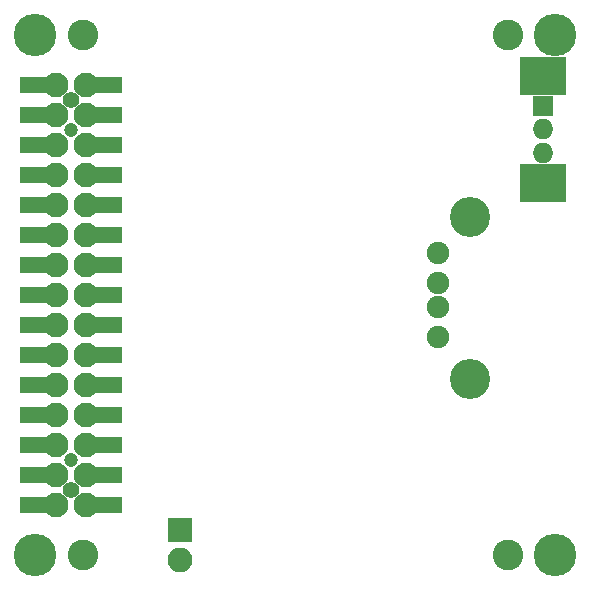
<source format=gbs>
G04 #@! TF.FileFunction,Soldermask,Bot*
%FSLAX46Y46*%
G04 Gerber Fmt 4.6, Leading zero omitted, Abs format (unit mm)*
G04 Created by KiCad (PCBNEW 4.0.7) date 09/12/18 20:21:31*
%MOMM*%
%LPD*%
G01*
G04 APERTURE LIST*
%ADD10C,0.100000*%
%ADD11C,3.600000*%
%ADD12C,2.600000*%
%ADD13R,2.100000X2.100000*%
%ADD14O,2.100000X2.100000*%
%ADD15C,1.900000*%
%ADD16C,3.400000*%
%ADD17R,3.900000X3.200000*%
%ADD18R,1.750000X1.750000*%
%ADD19O,1.750000X1.750000*%
%ADD20C,1.200000*%
%ADD21C,1.400000*%
%ADD22R,3.550000X1.400000*%
%ADD23C,2.100000*%
G04 APERTURE END LIST*
D10*
D11*
X151000000Y-86000000D03*
X107000000Y-130000000D03*
X107000000Y-86000000D03*
X151000000Y-130000000D03*
D12*
X111000000Y-130000000D03*
X111000000Y-86000000D03*
X147000000Y-86000000D03*
X147000000Y-130000000D03*
D13*
X119240000Y-127920000D03*
D14*
X119240000Y-130460000D03*
D15*
X141100000Y-104452400D03*
X141100000Y-106992400D03*
X141100000Y-109022400D03*
X141100000Y-111562400D03*
D16*
X143770000Y-101402400D03*
X143770000Y-115122400D03*
D17*
X150000000Y-98500000D03*
D18*
X150000000Y-92000000D03*
D19*
X150000000Y-94000000D03*
X150000000Y-96000000D03*
D17*
X150000000Y-89500000D03*
D20*
X110000000Y-121970000D03*
D21*
X110000000Y-124510000D03*
D20*
X110000000Y-94030000D03*
D22*
X107475000Y-90220000D03*
D20*
X106825000Y-90220000D03*
D22*
X112555000Y-90220000D03*
X107475000Y-92760000D03*
X112555000Y-92760000D03*
X107475000Y-95300000D03*
X112555000Y-95300000D03*
X107475000Y-97840000D03*
X112555000Y-97840000D03*
X107475000Y-100380000D03*
X112555000Y-100380000D03*
X107475000Y-102920000D03*
X112555000Y-102920000D03*
X107475000Y-105460000D03*
X112555000Y-105460000D03*
X107475000Y-108000000D03*
X112555000Y-108000000D03*
X107475000Y-110540000D03*
X112555000Y-110540000D03*
X107475000Y-113080000D03*
X112555000Y-113080000D03*
X107475000Y-115620000D03*
X112555000Y-115620000D03*
X107475000Y-118160000D03*
X112555000Y-118160000D03*
X107475000Y-120700000D03*
X112555000Y-120700000D03*
X107475000Y-123240000D03*
X112555000Y-123240000D03*
X107475000Y-125780000D03*
X112555000Y-125780000D03*
D20*
X106825000Y-92760000D03*
X106825000Y-95300000D03*
X106825000Y-97840000D03*
X106825000Y-100380000D03*
X106825000Y-102920000D03*
X106825000Y-105460000D03*
X106825000Y-108000000D03*
X106825000Y-110540000D03*
X106825000Y-113080000D03*
X106825000Y-115620000D03*
X106825000Y-118160000D03*
X106825000Y-120700000D03*
X106825000Y-123240000D03*
X106825000Y-125780000D03*
X113175000Y-90220000D03*
X113175000Y-92760000D03*
X113175000Y-95300000D03*
X113175000Y-97840000D03*
X113175000Y-100380000D03*
X113175000Y-102920000D03*
X113175000Y-105460000D03*
X113175000Y-108000000D03*
X113175000Y-110540000D03*
X113175000Y-113080000D03*
X113175000Y-115620000D03*
X113175000Y-118160000D03*
X113175000Y-120700000D03*
X113175000Y-123240000D03*
X113175000Y-125780000D03*
D21*
X110000000Y-91490000D03*
D23*
X108730000Y-90220000D03*
X111270000Y-90220000D03*
X108730000Y-92760000D03*
X111270000Y-92760000D03*
X108730000Y-95300000D03*
X111270000Y-95300000D03*
X108730000Y-97840000D03*
X111270000Y-97840000D03*
X108730000Y-100380000D03*
X111270000Y-100380000D03*
X108730000Y-102920000D03*
X111270000Y-102920000D03*
X108730000Y-105460000D03*
X111270000Y-105460000D03*
X108730000Y-108000000D03*
X111270000Y-108000000D03*
X108730000Y-110540000D03*
X111270000Y-110540000D03*
X108730000Y-113080000D03*
X111270000Y-113080000D03*
X108730000Y-115620000D03*
X111270000Y-115620000D03*
X108730000Y-118160000D03*
X111270000Y-118160000D03*
X108730000Y-120700000D03*
X111270000Y-120700000D03*
X108730000Y-123240000D03*
X111270000Y-123240000D03*
X108730000Y-125780000D03*
X111270000Y-125780000D03*
M02*

</source>
